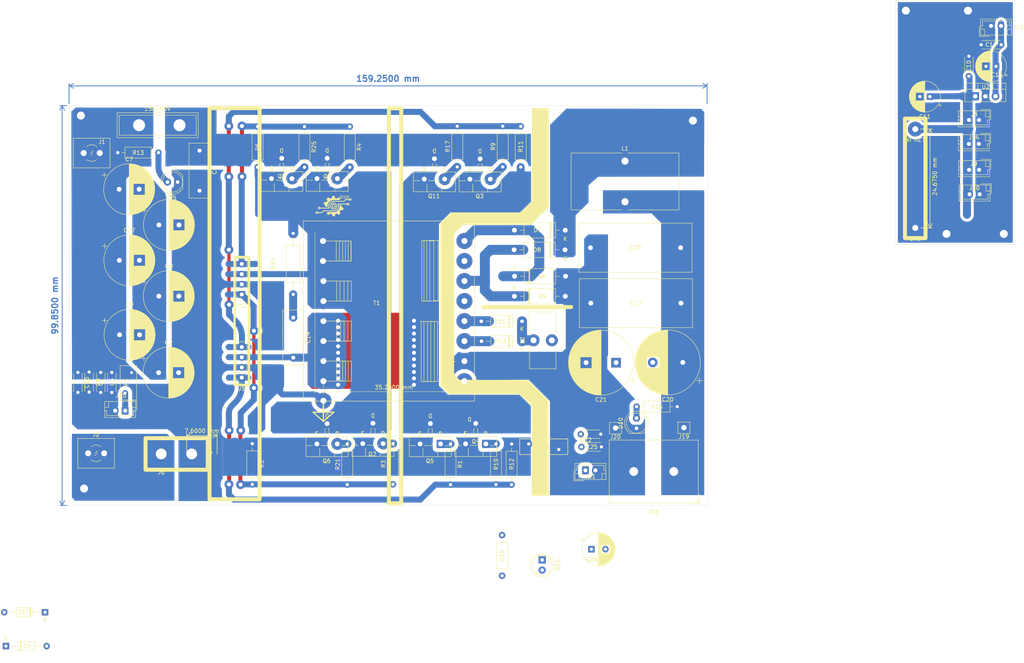
<source format=kicad_pcb>
(kicad_pcb (version 20240108) (generator "pcbnew") (generator_version "8.0")
  (layers (0 "F.Cu" signal) (31 "B.Cu" signal) (34 "B.Paste" user) (35 "F.Paste" user) (36 "B.SilkS" user "B.Silkscreen") (37 "F.SilkS" user "F.Silkscreen") (38 "B.Mask" user) (39 "F.Mask" user) (44 "Edge.Cuts" user))
  (net 0 "")
  (net 1 "GND")
  (net 2 "+5V")
  (net 3 "+12V")
  (net 4 "GND1")
  (net 5 "/+400VDC")
  (net 6 "VDD")
  (net 7 "+24V")
  (net 9 "/GL1")
  (net 11 "/GH1")
  (net 12 "/GH2")
  (net 13 "/GL2")
  (net 15 "Net-(D5-A)")
  (net 16 "Net-(D10-A)")
  (net 17 "Net-(C14-Pad1)")
  (net 18 "Net-(C2-Pad1)")
  (net 19 "Net-(C20-Pad2)")
  (net 20 "Net-(D6-K)")
  (net 21 "Net-(D8-A)")
  (net 22 "Net-(D11-A)")
  (net 23 "Net-(D13-A)")
  (net 24 "Net-(D15-A)")
  (net 25 "/+48V In")
  (net 26 "Net-(J15-Pin_1)")
  (net 27 "Net-(D7-K)")
  (net 28 "Net-(J2-Pin_1)")
  (net 30 "Net-(Q1-G)")
  (net 31 "Net-(Q2-G)")
  (net 32 "Net-(Q3-G)")
  (net 33 "Net-(Q4-G)")
  (net 34 "Net-(Q5-G)")
  (net 35 "Net-(Q6-G)")
  (net 36 "Net-(Q7-G)")
  (net 37 "Net-(Q11-G)")
  (net 38 "Net-(D11-K)")
  (net 42 "/VS1")
  (footprint "Inductor_THT:L_Toroid_Vertical_L26.7mm_W14.0mm_P10.16mm_Pulse_D" (layer "F.Cu") (at 180.425 61.74)
    (property "Reference" "L1")
    (property "Value" "3mH")
  )
  (footprint "Connector_JST:JST_EH_B2B-EH-A_1x02_P2.50mm_Vertical" (layer "F.Cu") (at 268.75 57.45 180)
    (property "Reference" "J14")
    (property "Value" "12V")
  )
  (footprint "Capacitor_THT:CP_Radial_D12.5mm_P5.00mm" (layer "F.Cu") (at 54.175 68.775)
    (property "Reference" "C7")
    (property "Value" "1000uF/50V")
  )
  (footprint "Connector_Pin:Pin_D1.3mm_L11.3mm_W2.8mm_Flat" (layer "F.Cu") (at 178.05 128.4)
    (property "Reference" "J20")
    (property "Value" "GND")
  )
  (footprint "MountingHole:MountingHole_2.7mm_M2.5_Pad" (layer "F.Cu") (at 64.675 134.875)
    (property "Reference" "J6")
    (property "Value" "GND")
  )
  (footprint "Connector_PinSocket_2.54mm:PinSocket_1x04_P2.54mm_Vertical" (layer "F.Cu") (at 84.775 95.055 180)
    (property "Reference" "J12")
    (property "Value" "Gate1")
  )
  (footprint "Connector_PinSocket_2.54mm:PinSocket_1x04_P2.54mm_Vertical" (layer "F.Cu") (at 84.775 115.805 180)
    (property "Reference" "J5")
    (property "Value" "Gate2")
  )
  (footprint "Capacitor_THT:C_Disc_D4.3mm_W1.9mm_P5.00mm" (layer "F.Cu") (at 266.25 35.525 -90)
    (property "Reference" "C10")
    (property "Value" "104")
  )
  (footprint "TerminalBlock_Dinkle:TerminalBlock_Dinkle_DT-55-B01X-02_P10.00mm" (layer "F.Cu") (at 192.6 139.275 180)
    (property "Reference" "J18")
    (property "Value" "400VDC OUT")
  )
  (footprint "Diode_THT:D_A-405_P10.16mm_Horizontal" (layer "F.Cu") (at 154.775 106.725 180)
    (property "Reference" "D13")
    (property "Value" "1N5819")
  )
  (footprint "Resistor_THT:R_Axial_DIN0207_L6.3mm_D2.5mm_P10.16mm_Horizontal" (layer "F.Cu") (at 154.4 63.225 90)
    (property "Reference" "R11")
    (property "Value" "10K")
  )
  (footprint "Varistor:RV_Disc_D12mm_W3.9mm_P7.5mm" (layer "F.Cu") (at 156.4 132.375)
    (property "Reference" "C15")
    (property "Value" "102/1KV")
  )
  (footprint "PCM_Package_TO_SOT_THT_AKL:TO-220F-3_Staggered_Vertical_GDS" (layer "F.Cu") (at 146.7973 66.3026 180)
    (property "Reference" "Q3")
    (property "Value" "IRFB4310" (hide yes))
  )
  (footprint "Capacitor_THT:C_Disc_D4.3mm_W1.9mm_P5.00mm" (layer "F.Cu") (at 269.325 32.675)
    (property "Reference" "C12")
    (property "Value" "104")
  )
  (footprint "Transformer 2:PQ3535" (layer "F.Cu") (at 100.05 121.695)
    (property "Reference" "T1")
    (property "Value" "~")
  )
  (footprint "Connector_JST:JST_EH_B2B-EH-A_1x02_P2.50mm_Vertical" (layer "F.Cu") (at 170.55 138.975)
    (property "Reference" "J21")
    (property "Value" "24VDC")
  )
  (footprint "Connector_JST:JST_EH_B2B-EH-A_1x02_P2.50mm_Vertical" (layer "F.Cu") (at 55.675 124.075 180)
    (property "Reference" "J15")
    (property "Value" "48VDC")
  )
  (footprint "Resistor_THT:R_Axial_DIN0207_L6.3mm_D2.5mm_P10.16mm_Horizontal" (layer "F.Cu") (at 87.4015 132.324 -90)
    (property "Reference" "R5")
    (property "Value" "10K")
  )
  (footprint "Diode_THT:D_DO-15_P12.70mm_Horizontal" (layer "F.Cu") (at 152.825 95.5)
    (property "Reference" "D9")
    (property "Value" "MUR460")
  )
  (footprint "Capacitor_THT:C_Disc_D4.3mm_W1.9mm_P5.00mm" (layer "F.Cu") (at 52.325 114.525 -90)
    (property "Reference" "C3")
    (property "Value" "104")
  )
  (footprint "Diode_THT:D_A-405_P10.16mm_Horizontal" (layer "F.Cu") (at 154.725 101.75 180)
    (property "Reference" "D11")
    (property "Value" "1N5819")
  )
  (footprint "Capacitor_THT:C_Rect_L13.5mm_W5.0mm_P10.00mm_FKS3_FKP3_MKS4" (layer "F.Cu") (at 97.625 100.825 -90)
    (property "Reference" "C14")
    (property "Value" "102/250V")
  )
  (footprint "Capacitor_THT:C_Disc_D4.3mm_W1.9mm_P5.00mm" (layer "F.Cu") (at 49.575 114.525 -90)
    (property "Reference" "C1")
    (property "Value" "104")
  )
  (footprint "Capacitor_THT:CP_Radial_D12.5mm_P5.00mm" (layer "F.Cu") (at 64.025 114.575)
    (property "Reference" "C2")
    (property "Value" "1000uF/50V")
  )
  (footprint "Capacitor_THT:CP_Radial_D16.0mm_P7.50mm" (layer "F.Cu") (at 194.85 112.025 180)
    (property "Reference" "C20")
    (property "Value" "10uF/250V")
  )
  (footprint "Fuse2:fuse15A" (layer "F.Cu") (at 53.5375 56.075)
    (property "Reference" "F1")
    (property "Value" "15A/50V")
  )
  (footprint "MountingHole:MountingHole_2.7mm_M2.5_Pad" (layer "F.Cu") (at 72.275 134.875)
    (property "Reference" "J7")
    (property "Value" "GNDsens")
  )
  (footprint "Diode_THT:D_DO-15_P12.70mm_Horizontal" (layer "F.Cu") (at 152.875 90.5)
    (property "Reference" "D6")
    (property "Value" "MUR460")
  )
  (footprint "LED_THT:LED_D5.0mm_Clear" (layer "F.Cu") (at 159.75 161.35 -90)
    (property "Reference" "D15")
    (property "Value" "LED")
  )
  (footprint "Resistor_THT:R_Axial_DIN0207_L6.3mm_D2.5mm_P10.16mm_Horizontal" (layer "F.Cu") (at 53.825 59.625)
    (property "Reference" "R13")
    (property "Value" "10K")
  )
  (footprint "Connector Pin:3.7mm Pin" (layer "F.Cu") (at 252.875 53.75 180)
    (property "Reference" "J17")
    (property "Value" "12V IN")
  )
  (footprint "Capacitor_THT:CP_Radial_D7.5mm_P2.50mm" (layer "F.Cu") (at 273.025 38.075 180)
    (property "Reference" "C13")
    (property "Value" "220uF/10V")
  )
  (footprint "Resistor_THT:R_Axial_DIN0207_L6.3mm_D2.5mm_P10.16mm_Horizontal" (layer "F.Cu") (at 88.725 63.275 90)
    (property "Reference" "R6")
    (property "Value" "10K")
  )
  (footprint "Capacitor_THT:C_Disc_D4.3mm_W1.9mm_P5.00mm" (layer "F.Cu") (at 169.55 133.125)
    (property "Reference" "C25")
    (property "Value" "104")
  )
  (footprint "PCM_Package_TO_SOT_THT_AKL:TO-220F-3_Staggered_Vertical_GDS" (layer "F.Cu") (at 108.6023 132.4276 180)
    (property "Reference" "Q6")
    (property "Value" "IRFB4310" (hide yes))
  )
  (footprint "TerminalBlock_MetzConnect:TerminalBlock_MetzConnect_360291_1x01_Horizontal_ScrewM3.0_Boxed" (layer "F.Cu") (at 45.325 59.725)
    (property "Reference" "J1")
    (property "Value" "+48VDC")
  )
  (footprint "Resistor_THT:R_Axial_DIN0207_L6.3mm_D2.5mm_P10.16mm_Horizontal" (layer "F.Cu") (at 136.8692 132.3864 -90)
    (property "Reference" "R1")
    (property "Value" "10")
  )
  (footprint "PCM_Package_TO_SOT_THT_AKL:TO-220F-3_Staggered_Vertical_GDS" (layer "F.Cu") (at 145.7023 132.4026 180)
    (property "Reference" "Q4")
    (property "Value" "IRFB4310" (hide yes))
  )
  (footprint "Resistor_THT:R_Axial_DIN0207_L6.3mm_D2.5mm_P10.16mm_Horizontal" (layer "F.Cu") (at 152.125 132.4 -90)
    (property "Reference" "R12")
    (property "Value" "10K")
  )
  (footprint "Capacitor_THT:C_Disc_D4.3mm_W1.9mm_P5.00mm" (layer "F.Cu") (at 46.675 114.425 -90)
    (property "Reference" "C5")
    (property "Value" "104")
  )
  (footprint "Resistor_THT:R_Axial_DIN0207_L6.3mm_D2.5mm_P10.16mm_Horizontal" (layer "F.Cu") (at 111.725 53.125 -90)
    (property "Reference" "R4")
    (property "Value" "10")
  )
  (footprint "Fuse:Fuse_BelFuse_0ZRE0012FF_L8.3mm_W3.8mm" (layer "F.Cu") (at 55.675 119.675 90)
    (property "Reference" "F3")
    (property "Value" "0.75A/50V")
  )
  (footprint "Capacitor_THT:C_Rect_L13.5mm_W5.0mm_P10.00mm_FKS3_FKP3_MKS4" (layer "F.Cu") (at 74.225 59.125 -90)
    (property "Reference" "C4")
    (property "Value" "102/250V")
  )
  (footprint "Capacitor_THT:CP_Radial_D7.5mm_P2.50mm" (layer "F.Cu") (at 256.525 45.625 180)
    (property "Reference" "C11")
    (property "Value" "100uF/25V")
  )
  (footprint "Resistor_THT:R_Axial_DIN0207_L6.3mm_D2.5mm_P10.16mm_Horizontal" (layer "F.Cu") (at 138.555 63.184 90)
    (property "Reference" "R17")
    (property "Value" "10")
  )
  (footprint "PCM_Package_TO_SOT_THT_AKL:TO-220F-3_Staggered_Vertical_GDS" (layer "F.Cu") (at 135.3908 66.2726 180)
    (property "Reference" "Q11")
    (property "Value" "IRFB4310" (hide yes))
  )
  (footprint "Connector_Pin:Pin_D1.3mm_L11.3mm_W2.8mm_Flat" (layer "F.Cu") (at 195.125 128.325)
    (property "Reference" "J19")
    (property "Value" "400VDC")
  )
  (footprint "Resistor_THT:R_Axial_DIN0207_L6.3mm_D2.5mm_P10.16mm_Horizontal" (layer "F.Cu") (at 193.475 123.075 180)
    (property "Reference" "R15")
    (property "Value" "100K")
  )
  (footprint "PCM_Package_TO_SOT_THT_AKL:TO-220F-3_Staggered_Vertical_GDS" (layer "F.Cu") (at 120.0523 132.3526 180)
    (property "Reference" "Q2")
    (property "Value" "IRFB4310" (hide yes))
  )
  (footprint "Resistor_THT:R_Axial_DIN0207_L6.3mm_D2.5mm_P10.16mm_Horizontal" (layer "F.Cu") (at 149.75 155.145 -90)
    (property "Reference" "R16")
    (property "Value" "10K")
  )
  (footprint "Resistor_THT:R_Axial_DIN0207_L6.3mm_D2.5mm_P10.16mm_Horizontal" (layer "F.Cu") (at 122.5265 142.474 90)
    (property "Reference" "R3")
    (property "Value" "10")
  )
  (footprint "Package_TO_SOT_THT:TO-220-3_Vertical" (layer "F.Cu") (at 267.835 45.545)
    (property "Reference" "U2")
    (property "Value" "L7805")
  )
  (footprint "Connector_JST:JST_EH_B2B-EH-A_1x02_P2.50mm_Vertical" (layer "F.Cu") (at 268.775 51.475 180)
    (property "Reference" "J3")
    (property "Value" "12V")
  )
  (footprint "LED_THT:LED_D5.0mm_Clear" (layer "F.Cu") (at 183.3 128.475 90)
    (property "Reference" "D10")
    (property "Value" "LED")
  )
  (footprint "PCM_Package_TO_SOT_THT_AKL:TO-220F-3_Staggered_Vertical_GDS" (layer "F.Cu") (at 97.275 66.175 180)
    (property "Reference" "Q7")
    (property "Value" "IRFB4310" (hide yes))
  )
  (footprint "Capacitor_THT:C_Disc_D4.3mm_W1.9mm_P5.00mm" (layer "F.Cu") (at 169.375 129.95)
    (property "Reference" "C22")
    (property "Value" "104")
  )
  (footprint "TerminalBlock_MetzConnect:TerminalBlock_MetzConnect_360291_1x01_Horizontal_ScrewM3.0_Boxed" (layer "F.Cu") (at 46.425 134.725)
    (property "Reference" "J2")
    (property "Value" "GND")
  )
  (footprint "Connector_JST:JST_EH_B2B-EH-A_1x02_P2.50mm_Vertical" (layer "F.Cu") (at 268.8 63.925 180)
    (property "Reference" "J9")
    (property "Value" "12V")
  )
  (footprint "Capacitor_THT:CP_Radial_D12.5mm_P5.00mm" (layer "F.Cu") (at 64.101041 77.675)
    (property "Reference" "C6")
    (property "Value" "1000uF/50V")
  )
  (footprint "Capacitor_THT:CP_Radial_D12.5mm_P5.00mm" (layer "F.Cu") (at 54.275 105.125)
    (property "Reference" "C9")
    (property "Value" "1000uF/50V")
  )
  (footprint "LOGO" (layer "F.Cu") (at 107.675 72.975)
    (property "Reference" "BSR")
    (property "Value" "LOGO" (hide yes))
  )
  (footprint "Resistor_THT:R_Axial_DIN0207_L6.3mm_D2.5mm_P10.16mm_Horizontal" (layer "F.Cu") (at 111.1015 142.549 90)
    (property "Reference" "R21")
    (property "Value" "10")
  )
  (footprint "Diode_THT:D_DO-35_SOD27_P10.16mm_Horizontal" (layer "F.Cu") (at 25.915 182.875)
    (property "Reference" "D4")
    (property "Value" "1N4148")
  )
  (footprint "Capacitor_THT:C_Rect_L28.0mm_W12.0mm_P22.50mm_MKS4" (layer "F.Cu") (at 194.3 83.375 180)
    (property "Reference" "C18")
    (property "Value" "105/630V")
  )
  (footprint "Capacitor_THT:CP_Radial_D12.5mm_P5.00mm" (layer "F.Cu") (at 54.225 86.525)
    (property "Reference" "C27")
    (property "Value" "1000uF/50V")
  )
  (footprint "Capacitor_THT:CP_Radial_D12.5mm_P5.00mm" (layer "F.Cu") (at 64.075 95.475)
    (property "Reference" "C8")
    (property "Value" "1000uF/50V")
  )
  (footprint "Capacitor_THT:C_Disc_D4.3mm_W1.9mm_P5.00mm" (layer "F.Cu") (at 43.875 114.525 -90)
    (property "Reference" "C16")
    (property "Value" "104")
  )
  (footprint "LED_THT:LED_D5.0mm_Clear" (layer "F.Cu") (at 68.765 66.975 180)
    (property "Reference" "D5")
    (property "Value" "LED")
  )
  (footprint "Connector Pin:3.7mm Pin" (layer "F.Cu") (at 252.875 78.425 180)
    (property "Reference" "J16")
    (property "Value" "GND")
  )
  (footprint "Connector_JST:JST_EH_B2B-EH-A_1x02_P2.50mm_Vertical" (layer "F.Cu") (at 268.925 70.025 180)
    (property "Reference" "J10")
    (property "Value" "12V")
  )
  (footprint "Diode_THT:D_DO-15_P12.70mm_Horizontal" (layer "F.Cu") (at 165.525 79 180)
    (property "Reference" "D7")
    (property "Value" "MUR460")
  )
  (footprint "Capacitor_THT:CP_Radial_D16.0mm_P7.50mm" (layer "F.Cu") (at 178.2 112.075 180)
    (property "Reference" "C21")
    (property "Value" "10uF/250V")
  )
  (footprint "Diode_THT:D_DO-35_SOD27_P10.16mm_Horizontal" (layer "F.Cu") (at 35.67 174.425 180)
    (property "Reference" "D17")
    (property "Value" "1N4148")
  )
  (footprint "Inductor_THT:L_Toroid_Vertical_L14.0mm_W6.3mm_P4.57mm_Pulse_A" (layer "F.Cu") (at 157.6 106.5 90)
    (property "Reference" "L2")
    (property "Value" "100uH")
  )
  (footprint "Capacitor_THT:C_Rect_L28.0mm_W12.0mm_P22.50mm_MKS4" (layer "F.Cu") (at 194.4 97.225 180)
    (property "Reference" "C17")
    (property "Value" "105/630V")
  )
  (footprint "Resistor_THT:R_Axial_DIN0207_L6.3mm_D2.5mm_P10.16mm_Horizontal" (layer "F.Cu") (at 100.425 53.125 -90)
    (property "Reference" "R25")
    (property "Value" "10")
  )
  (footprint "Resistor_THT:R_Axial_DIN0207_L6.3mm_D2.5mm_P10.16mm_Horizontal" (layer "F.Cu") (at 148.2192 132.3614 -90)
    (property "Reference" "R10")
    (property "Value" "10")
  )
  (footprint "Connector_JST:JST_EH_B2B-EH-A_1x02_P2.50mm_Vertical" (layer "F.Cu") (at 271.775 27.975)
    (property "Reference" "J11")
    (property "Value" "5V")
  )
  (footprint "PCM_Package_TO_SOT_THT_AKL:TO-220F-3_Staggered_Vertical_GDS" (layer "F.Cu") (at 134.3773 132.4276 180)
    (property "Reference" "Q5")
    (property "Value" "IRFB4310" (hide yes))
  )
  (footprint "Capacitor_THT:CP_Radial_D8.0mm_P3.50mm" (layer "F.Cu") (at 172.047349 158.675)
    (property "Reference" "C26")
    (property "Value" "100uF/50V")
  )
  (footprint "Resistor_THT:R_Axial_DIN0309_L9.0mm_D3.2mm_P15.24mm_Horizontal" (layer "F.Cu") (at 97.6193 95.025 90)
    (property "Reference" "R14")
    (property "Value" "330/1W")
  )
  (footprint "Resistor_THT:R_Axial_DIN0207_L6.3mm_D2.5mm_P10.16mm_Horizontal" (layer "F.Cu") (at 149.905 63.184 90)
    (property "Reference" "R9")
    (property "Value" "10")
  )
  (footprint "Diode_THT:D_DO-15_P12.70mm_Horizontal" (layer "F.Cu") (at 165.45 83.9 180)
    (property "Reference" "D8")
    (property "Value" "MUR460")
  )
  (footprint "PCM_Package_TO_SOT_THT_AKL:TO-220F-3_Staggered_Vertical_GDS" (layer "F.Cu") (at 108.6273 66.1626 180)
    (property "Reference" "Q1")
    (property "Value" "IRFB4310" (hide yes))
  )
  (gr_rect (start 76.725 48.525) (end 89.225 146.2) (stroke (width 1)) (fill none) (layer "F.SilkS"))
  (gr_rect (start 82.975 85.705) (end 86.575 117.655) (stroke (width 0.6)) (fill none) (layer "F.SilkS"))
  (gr_rect (start 121.5 48.56) (end 124.575 147.21) (stroke (width 1)) (fill none) (layer "F.SilkS"))
  (gr_poly (pts (xy 157.225 48.561324) (xy 157.225 71.795) (xy 154.425 74.595) (xy 137.0875 74.595) (xy 134.4 77.2825) (xy 134.4 117.928086) (xy 136.483309 119.894364) (xy 154.059868 119.881201) (xy 157.243292 122.945628) (xy 157.21384 145.262477) (xy 161.3501 145.269021) (xy 161.308206 121.551676) (xy 156.202387 116.450393) (xy 139.085444 116.444495) (xy 137.724351 115.065454) (xy 137.715535 79.879465) (xy 140 77.595) (xy 156.925 77.595) (xy 161.35 73.17) (xy 161.35 48.589969)) (stroke (width 0.1)) (fill solid) (layer "F.SilkS"))
  (gr_line (start 145.05 98.195) (end 166.975 98.195) (stroke (width 1)) (layer "F.SilkS"))
  (gr_rect (start 250.3 51.125) (end 255.425 80.975) (stroke (width 1)) (fill none) (layer "F.SilkS"))
  (gr_rect (start 60.7625 130.95) (end 76.2875 138.825) (stroke (width 1)) (fill none) (layer "F.SilkS"))
  (gr_rect (start 41.675 47.875) (end 201.025 147.725) (stroke (width 0.05)) (fill none) (layer "Edge.Cuts"))
  (gr_rect (start 248.025 21.525) (end 277.725 82.625) (stroke (width 0.05)) (fill none) (layer "Edge.Cuts"))
  (dimension (type aligned) (layer "B.Cu") (pts (xy 41.675 47.875) (xy 41.675 147.725)) (height 1.725) (gr_text "99.8500 mm" (at 38.15 97.8 90) (layer "B.Cu") (effects (font (size 1.5 1.5) (thickness 0.3)))) (format (prefix "") (suffix "") (units 3) (units_format 1) (precision 4)) (style (thickness 0.2) (arrow_length 1.27) (text_position_mode 0) (extension_height 0.58642) (extension_offset 0.5) keep_text_aligned))
  (dimension (type aligned) (layer "B.Cu") (pts (xy 200.925 47.875) (xy 41.675 47.875)) (height 4.93077) (gr_text "159.2500 mm" (at 121.3 41.14423 0) (layer "B.Cu") (effects (font (size 1.5 1.5) (thickness 0.3)))) (format (prefix "") (suffix "") (units 3) (units_format 1) (precision 4)) (style (thickness 0.2) (arrow_length 1.27) (text_position_mode 0) (extension_height 0.58642) (extension_offset 0.5) keep_text_aligned))
  (dimension (type aligned) (layer "F.SilkS") (pts (xy 253.7 53.75) (xy 253.7 78.425)) (height -2.85) (gr_text "24.6750 mm" (at 257.75 65.564699 90) (layer "F.SilkS") (effects (font (size 1 1) (thickness 0.15)))) (format (prefix "") (suffix "") (units 3) (units_format 1) (precision 4)) (style (thickness 0.15) (arrow_length 1.27) (text_position_mode 2) (extension_height 0.58642) (extension_offset 0.5) keep_text_aligned))
  (dimension (type aligned) (layer "F.SilkS") (pts (xy 78.625 135.425) (xy 71.025 135.425)) (height 5.15) (gr_text "7.6000 mm" (at 74.825 129.125 0) (layer "F.SilkS") (effects (font (size 1 1) (thickness 0.15)))) (format (prefix "") (suffix "") (units 3) (units_format 1) (precision 4)) (style (thickness 0.15) (arrow_length 1.27) (text_position_mode 0) (extension_height 0.58642) (extension_offset 0.5) keep_text_aligned))
  (via (at 250.525 24.15) (size 4) (drill 2) (layers "F.Cu" "B.Cu") (net 1))
  (via (at 274.975 79.925) (size 4) (drill 2) (layers "F.Cu" "B.Cu") (net 1))
  (via (at 260.675 79.925) (size 4) (drill 2) (layers "F.Cu" "B.Cu") (net 1))
  (via (at 266.025 24.15) (size 4) (drill 2) (layers "F.Cu" "B.Cu") (net 1))
  (segment (start 152.125 132.4) (end 156.375 132.4) (width 1.5) (layer "B.Cu") (net 1))
  (segment (start 143.76865 136.4514) (end 148.0736 136.4514) (width 1.5) (layer "B.Cu") (net 1))
  (segment (start 72.035 92.515) (end 69.075 95.475) (width 1.5) (layer "B.Cu") (net 1))
  (segment (start 69.68 113.92) (end 69.025 114.575) (width 1.5) (layer "B.Cu") (net 1))
  (segment (start 90.635 92.515) (end 90.65 92.5) (width 1.5) (layer "B.Cu") (net 1))
  (segment (start 141.430071 135.412271) (end 141.55035 135.53255) (width 1.5) (layer "B.Cu") (net 1))
  (segment (start 86.645 113.295) (end 86.675 113.325) (width 1.5) (layer "B.Cu") (net 1))
  (segment (start 102.469842 120.025) (end 94.9 120.025) (width 1.5) (layer "B.Cu") (net 1))
  (segment (start 156.375 132.4) (end 156.4 132.375) (width 1.5) (layer "B.Cu") (net 1))
  (segment (start 148.0736 136.4514) (end 152.125 132.4) (width 1.5) (layer "B.Cu") (net 1))
  (segment (start 94.9 120.025) (end 94.375 119.5) (width 1.5) (layer "B.Cu") (net 1))
  (segment (start 84.775 113.265) (end 86.572573 113.265) (width 1.5) (layer "B.Cu") (net 1))
  (segment (start 84.775 92.515) (end 72.035 92.515) (width 1.5) (layer "B.Cu") (net 1))
  (segment (start 84.775 113.265) (end 71.261309 113.265) (width 1.5) (layer "B.Cu") (net 1))
  (segment (start 140.6315 132.355) (end 140.6315 133.48435) (width 1.5) (layer "B.Cu") (net 1))
  (segment (start 84.775 92.515) (end 90.635 92.515) (width 1.5) (layer "B.Cu") (net 1))
  (segment (start 105.15 121.595) (end 104.365 120.81) (width 1.5) (layer "B.Cu") (net 1))
  (segment (start 92.13869 113.265) (end 84.775 113.265) (width 1.5) (layer "B.Cu") (net 1))
  (segment (start 94.375 119.5) (end 94.375 115.501309) (width 1.5) (layer "B.Cu") (net 1))
  (arc (start 141.55035 135.53255) (mid 142.568114 136.212598) (end 143.76865 136.4514) (width 1.5) (layer "B.Cu") (net 1))
  (arc (start 69.68 113.92) (mid 70.40551 113.435228) (end 71.261309 113.265) (width 1.5) (layer "B.Cu") (net 1))
  (arc (start 104.365 120.81) (mid 103.495494 120.229014) (end 102.469842 120.025) (width 1.5) (layer "B.Cu") (net 1))
  (arc (start 140.6315 133.48435) (mid 140.839041 134.527733) (end 141.430071 135.412271) (width 1.5) (layer "B.Cu") (net 1))
  (arc (start 94.375 115.501309) (mid 94.204771 114.64551) (end 93.72 113.92) (width 1.5) (layer "B.Cu") (net 1))
  (arc (start 93.72 113.92) (mid 92.994488 113.435228) (end 92.13869 113.265) (width 1.5) (layer "B.Cu") (net 1))
  (arc (start 86.572573 113.265) (mid 86.61177 113.272796) (end 86.645 113.295) (width 1.5) (layer "B.Cu") (net 1))
  (segment (start 272.915 35.082021) (end 272.915 45.545) (width 1.5) (layer "B.Cu") (net 2))
  (segment (start 274.3 32.7) (end 273.62 33.38) (width 1.5) (layer "B.Cu") (net 2))
  (segment (start 274.275 32.589645) (end 274.275 27.275) (width 1.5) (layer "B.Cu") (net 2))
  (arc (start 272.915 35.082021) (mid 273.098224 34.160894) (end 273.62 33.38) (width 1.5) (layer "B.Cu") (net 2))
  (arc (start 274.3 32.7) (mid 274.310356 32.675) (end 274.3 32.65) (width 1.5) (layer "B.Cu") (net 2))
  (arc (start 274.275 32.589645) (mid 274.281498 32.622309) (end 274.3 32.65) (width 1.5) (layer "B.Cu") (net 2))
  (segment (start 264.745 45.545) (end 265.26 45.545) (width 2) (layer "B.Cu") (net 3))
  (segment (start 256.661569 45.545) (end 262.685 45.545) (width 1.5) (layer "B.Cu") (net 3))
  (segment (start 264.23 45.545) (end 263.715 45.545) (width 1.5) (layer "B.Cu") (net 3))
  (segment (start 265.775 46.575) (end 265.775 75.15) (width 2) (layer "B.Cu") (net 3))
  (segment (start 256.565 45.585) (end 256.525 45.625) (width 1.5) (layer "B.Cu") (net 3))
  (segment (start 266.425 53.706067) (end 266.425 53.493934) (width 1.5) (layer "B.Cu") (net 3))
  (segment (start 265.775 46.06) (end 265.775 46.575) (width 2) (layer "B.Cu") (net 3))
  (segment (start 266.3375 40.6125) (end 266.25 40.525) (width 1.5) (layer "B.Cu") (net 3))
  (segment (start 264.23 45.545) (end 264.745 45.545) (width 1.5) (layer "B.Cu") (net 3))
  (segment (start 266.805 45.545) (end 265.26 45.545) (width 1.5) (layer "B.Cu") (net 3))
  (segment (start 266.425 53.493934) (end 266.425 40.823744) (width 1.5) (layer "B.Cu") (net 3))
  (segment (start 264.745 45.545) (end 265.26 45.545) (width 1.5) (layer "B.Cu") (net 3))
  (segment (start 264.23 45.545) (end 263.715 45.545) (width 1.5) (layer "B.Cu") (net 3))
  (segment (start 262.685 45.545) (end 263.715 45.545) (width 1.5) (layer "B.Cu") (net 3))
  (segment (start 266.425 53.706067) (end 266.425 70.025) (width 1.5) (layer "B.Cu") (net 3))
  (segment (start 263.715 45.545) (end 262.685 45.545) (width 1.5) (layer "B.Cu") (net 3))
  (segment (start 266.805 45.545) (end 267.835 45.545) (width 1.5) (layer "B.Cu") (net 3))
  (segment (start 264.23 45.545) (end 264.745 45.545) (width 1.5) (layer "B.Cu") (net 3))
  (segment (start 266.168934 53.75) (end 252.875 53.75) (width 2) (layer "B.Cu") (net 3))
  (arc (start 266.168934 53.75) (mid 266.266941 53.730502) (end 266.35 53.675) (width 2) (layer "B.Cu") (net 3))
  (arc (start 256.661569 45.545) (mid 256.609307 45.555396) (end 256.565 45.585) (width 1.5) (layer "B.Cu") (net 3))
  (arc (start 265.26 45.545) (mid 265.26 45.545) (end 265.26 45.545) (width 1.5) (layer "B.Cu") (net 3))
  (arc (start 265.775 46.06) (mid 265.62416 45.695841) (end 265.26 45.545) (width 2) (layer "B.Cu") (net 3))
  (arc (start 266.805 45.545) (mid 266.076681 45.846681) (end 265.775 46.575) (width 1.5) (layer "B.Cu") (net 3))
  (arc (start 266.3375 40.6125) (mid 266.40226 40.70942) (end 266.425 40.823744) (width 1.5) (layer "B.Cu") (net 3))
  (arc (start 266.425 53.706067) (mid 266.397879 53.665477) (end 266.35 53.675) (width 1.5) (layer "B.Cu") (net 3))
  (arc (start 263.715 45.545) (mid 263.715 45.545) (end 263.715 45.545) (width 1.5) (layer "B.Cu") (net 3))
  (arc (start 266.425 53.493934) (mid 266.405509 53.591927) (end 266.35 53.675) (width 1.5) (layer "B.Cu") (net 3))
  (arc (start 264.23 45.545) (mid 264.23 45.545) (end 264.23 45.545) (width 1.5) (layer "B.Cu") (net 3))
  (arc (start 264.745 45.545) (mid 264.745 45.545) (end 264.745 45.545) (width 2) (layer "B.Cu") (net 3))
  (segment (start 178.05 128.4) (end 178.065 128.415) (width 1.5) (layer "B.Cu") (net 4))
  (segment (start 183.24 128.415) (end 183.3 128.475) (width 1.5) (layer "B.Cu") (net 4))
  (segment (start 178.065 128.415) (end 183.24 128.415) (width 1.5) (layer "B.Cu") (net 4))
  (segment (start 84.474016 142.550626) (end 84.449508 142.526118) (width 1) (layer "F.Cu") (net 9))
  (segment (start 84.474856 129.065998) (end 84.524711 129.016143) (width 1) (layer "F.Cu") (net 9))
  (segment (start 84.425 129.18636) (end 84.425 142.46695) (width 1) (layer "F.Cu") (net 9))
  (segment (start 87.8 118.4) (end 87.8 104.125) (width 0.8) (layer "F.Cu") (net 9))
  (via (at 84.474016 142.550626) (size 2.2) (drill 1) (layers "F.Cu" "B.Cu") (net 9))
  (via (at 84.524711 129.016143) (size 2.2) (drill 1) (layers "F.Cu" "B.Cu") (net 9))
  (via (at 87.8 104.125) (size 2.2) (drill 1) (layers "F.Cu" "B.Cu") (net 9))
  (via (at 87.8 118.4) (size 2.2) (drill 1) (layers "F.Cu" "B.Cu") (net 9))
  (arc (start 84.474856 129.065998) (mid 84.437958 129.12122) (end 84.425 129.18636) (width 1) (layer "F.Cu") (net 9))
  (arc (start 84.449508 142.526118) (mid 84.43137 142.498971) (end 84.425 142.46695) (width 1) (layer "F.Cu") (net 9))
  (segment (start 87.8 104.125) (end 87.75 104.075) (width 1.5) (layer "B.Cu") (net 9))
  (segment (start 87.75 104.075) (end 87.75 97.98) (width 1.5) (layer "B.Cu") (net 9))
  (segment (start 121.9189 142.4632) (end 121.9307 142.4514) (width 1.5) (layer "B.Cu") (net 9))
  (segment (start 121.890412 142.475) (end 87.422743 142.475) (width 1.5) (layer "B.Cu") (net 9))
  (segment (start 84.595436 142.4795) (end 87.400121 142.4795) (width 1.5) (layer "B.Cu") (net 9))
  (segment (start 84.8 95.055) (end 81.476213 95.055) (width 1.5) (layer "B.Cu") (net 9))
  (segment (start 81.476213 95.055) (end 81.451095 95.050779) (width 1.5) (layer "B.Cu") (net 9))
  (segment (start 87.8 121.325) (end 84.524711 124.600289) (width 1.5) (layer "B.Cu") (net 9))
  (segment (start 81.451095 95.050779) (end 81.450316 95.05) (width 1.5) (layer "B.Cu") (net 9))
  (segment (start 84.524711 124.600289) (end 84.524711 129.016143) (width 1.5) (layer "B.Cu") (net 9))
  (segment (start 87.8 118.4) (end 87.8 121.325) (width 1.5) (layer "B.Cu") (net 9))
  (segment (start 87.75 97.98) (end 84.842677 95.072677) (width 1.5) (layer "B.Cu") (net 9))
  (segment (start 84.474016 142.550626) (end 84.509579 142.515063) (width 1.5) (layer "B.Cu") (net 9))
  (segment (start 81.450316 95.05) (end 81.3 95.05) (width 1.5) (layer "B.Cu") (net 9))
  (arc (start 87.422743 142.475) (mid 87.416977 142.475567) (end 87.411432 142.47725) (width 1.5) (layer "B.Cu") (net 9))
  (arc (start 84.595436 142.4795) (mid 84.548971 142.488742) (end 84.509579 142.515063) (width 1.5) (layer "B.Cu") (net 9))
  (arc (start 84.842677 95.072677) (mid 84.823096 95.059594) (end 84.8 95.055) (width 1.5) (layer "B.Cu") (net 9))
  (arc (start 121.9189 142.4632) (mid 121.905829 142.471933) (end 121.890412 142.475) (width 1.5) (layer "B.Cu") (net 9))
  (arc (start 87.411432 142.47725) (mid 87.405888 142.478932) (end 87.400121 142.4795) (width 1.5) (layer "B.Cu") (net 9))
  (segment (start 84.825 52.975) (end 84.825 65.625) (width 1) (layer "F.Cu") (net 11))
  (via (at 84.825 65.625) (size 2.2) (drill 1) (layers "F.Cu" "B.Cu") (net 11))
  (via (at 84.825 52.975) (size 2.2) (drill 1) (layers "F.Cu" "B.Cu") (net 11))
  (segment (start 84.775 65.710355) (end 84.775 87.435) (width 1.5) (layer "B.Cu") (net 11))
  (segment (start 84.775 87.435) (end 81.45 87.435) (width 1.5) (layer "B.Cu") (net 11))
  (segment (start 84.925 53.075) (end 88.656715 53.075) (width 1.5) (layer "B.Cu") (net 11))
  (segment (start 84.825 52.975) (end 84.925 53.075) (width 1.5) (layer "B.Cu") (net 11))
  (segment (start 88.73 53.12) (end 88.742071 53.125) (width 1.5) (layer "B.Cu") (net 11))
  (segment (start 88.705 53.095) (end 88.725 53.115) (width 1.5) (layer "B.Cu") (net 11))
  (segment (start 88.725 53.115) (end 88.73 53.12) (width 1.5) (layer "B.Cu") (net 11))
  (segment (start 88.22 87.43) (end 88.225 87.425) (width 1.5) (layer "B.Cu") (net 11))
  (segment (start 84.822762 65.625) (end 84.792826 65.654936) (width 1.5) (layer "B.Cu") (net 11))
  (segment (start 84.825 65.625) (end 84.822762 65.625) (width 1.5) (layer "B.Cu") (net 11))
  (segment (start 84.7625 87.435) (end 84.75 87.435) (width 1.5) (layer "B.Cu") (net 11))
  (segment (start 84.7875 87.435) (end 88.207928 87.435) (width 1.5) (layer "B.Cu") (net 11))
  (segment (start 88.742071 53.125) (end 111.725 53.125) (width 1.5) (layer "B.Cu") (net 11))
  (segment (start 84.7625 87.435) (end 84.7875 87.435) (width 1.5) (layer "B.Cu") (net 11))
  (arc (start 88.656715 53.075) (mid 88.682846 53.080197) (end 88.705 53.095) (width 1.5) (layer "B.Cu") (net 11))
  (arc (start 84.775 87.4225) (mid 84.778661 87.431338) (end 84.7875 87.435) (width 1.5) (layer "B.Cu") (net 11))
  (arc (start 88.22 87.43) (mid 88.214461 87.4337) (end 88.207928 87.435) (width 1.5) (layer "B.Cu") (net 11))
  (arc (start 84.7625 87.435) (mid 84.771338 87.431338) (end 84.775 87.4225) (width 1.5) (layer "B.Cu") (net 11))
  (arc (start 84.792826 65.654936) (mid 84.780001 65.681606) (end 84.775 65.710355) (width 1.5) (layer "B.Cu") (net 11))
  (segment (start 81.575 83.9) (end 81.575 97.578469) (width 0.8) (layer "F.Cu") (net 12))
  (segment (start 81.55 83.875) (end 81.575 83.9) (width 0.8) (layer "F.Cu") (net 12))
  (segment (start 81.55 52.975) (end 81.55 65.65) (width 1) (layer "F.Cu") (net 12))
  (segment (start 81.575 97.578469) (end 81.601531 97.605) (width 0.8) (layer "F.Cu") (net 12))
  (via (at 81.55 83.875) (size 2.2) (drill 1) (layers "F.Cu" "B.Cu") (net 12))
  (via (at 81.55 52.975) (size 2.2) (drill 1) (layers "F.Cu" "B.Cu") (net 12))
  (via (at 81.55 65.65) (size 2.2) (drill 1) (layers "F.Cu" "B.Cu") (net 12))
  (via (at 81.601531 97.605) (size 2.2) (drill 1) (layers "F.Cu" "B.Cu") (net 12))
  (segment (start 84.775 108.185) (end 81.542071 108.185) (width 1.5) (layer "B.Cu") (net 12))
  (segment (start 81.55 52.975) (end 81.55 50.575) (width 1.5) (layer "B.Cu") (net 12))
  (segment (start 129.375 49.45) (end 132.949 53.024) (width 1.5) (layer "B.Cu") (net 12))
  (segment (start 153.819644 53.024) (end 153.860825 53.03231) (width 1.5) (layer "B.Cu") (net 12))
  (segment (start 153.868515 53.04) (end 154.375 53.04) (width 1.5) (layer "B.Cu") (net 12))
  (segment (start 154.375 53.04) (end 154.4 53.065) (width 1.5) (layer "B.Cu") (net 12))
  (segment (start 86.445 108.18) (end 86.45 108.175) (width 1.5) (layer "B.Cu") (net 12))
  (segment (start 81.55 50.575) (end 82.675 49.45) (width 1.5) (layer "B.Cu") (net 12))
  (segment (start 81.53 108.18) (end 81.525 108.175) (width 1.5) (layer "B.Cu") (net 12))
  (segment (start 84.825 105.528963) (end 84.825 108.185) (width 1.5) (layer "B.Cu") (net 12))
  (segment (start 138.555 53.024) (end 153.819644 53.024) (width 1.5) (layer "B.Cu") (net 12))
  (segment (start 82.675 49.45) (end 129.375 49.45) (width 1.5) (layer "B.Cu") (net 12))
  (segment (start 81.55 65.65) (end 81.55 83.875) (width 1.5) (layer "B.Cu") (net 12))
  (segment (start 81.601531 97.605) (end 81.601531 100.05153) (width 1.5) (layer "B.Cu") (net 12))
  (segment (start 86.432929 108.185) (end 84.775 108.185) (width 1.5) (layer "B.Cu") (net 12))
  (segment (start 132.949 53.024) (end 138.555 53.024) (width 1.5) (layer "B.Cu") (net 12))
  (segment (start 81.601531 100.05153) (end 83.231208 101.681207) (width 1.5) (layer "B.Cu") (net 12))
  (segment (start 153.860825 53.03231) (end 153.868515 53.04) (width 1.5) (layer "B.Cu") (net 12))
  (arc (start 83.231208 101.681207) (mid 84.410787 103.446572) (end 84.825 105.528963) (width 1.5) (layer "B.Cu") (net 12))
  (arc (start 81.53 108.18) (mid 81.535538 108.1837) (end 81.542071 108.185) (width 1.5) (layer "B.Cu") (net 12))
  (arc (start 86.445 108.18) (mid 86.439462 108.1837) (end 86.432929 108.185) (width 1.5) (layer "B.Cu") (net 12))
  (segment (start 81.6 142.45) (end 81.575 142.475) (width 1) (layer "F.Cu") (net 13))
  (segment (start 81.625 142.389644) (end 81.625 128.975) (width 1) (layer "F.Cu") (net 13))
  (via (at 81.575 142.475) (size 2.2) (drill 1) (layers "F.Cu" "B.Cu") (net 13))
  (via (at 81.625 128.975) (size 2.2) (drill 1) (layers "F.Cu" "B.Cu") (net 13))
  (arc (start 81.625 142.389644) (mid 81.618502 142.422308) (end 81.6 142.45) (width 1) (layer "F.Cu") (net 13))
  (segment (start 84.775 115.805) (end 81.609143 115.805) (width 1.5) (layer "B.Cu") (net 13))
  (segment (start 81.625 128.975) (end 81.6 128.95) (width 1.5) (layer "B.Cu") (net 13))
  (segment (start 133.0736 142.5514) (end 129.35 146.275) (width 1.5) (layer "B.Cu") (net 13))
  (segment (start 82.85 146.275) (end 81.575 145) (width 1.5) (layer "B.Cu") (net 13))
  (segment (start 84.775 118.121036) (end 84.775 115.805) (width 1.5) (layer "B.Cu") (net 13))
  (segment (start 129.35 146.275) (end 82.85 146.275) (width 1.5) (layer "B.Cu") (net 13))
  (segment (start 81.573385 128.89821) (end 81.573385 125.921386) (width 1.5) (layer "B.Cu") (net 13))
  (segment (start 81.585 115.815) (end 81.575 115.825) (width 1.5) (layer "B.Cu") (net 13))
  (segment (start 81.575 145) (end 81.575 142.475) (width 1.5) (layer "B.Cu") (net 13))
  (segment (start 152.1164 142.5514) (end 133.0736 142.5514) (width 1.5) (layer "B.Cu") (net 13))
  (segment (start 86.365858 115.805) (end 84.775 115.805) (width 1.5) (layer "B.Cu") (net 13))
  (segment (start 86.39 115.815) (end 86.4 115.825) (width 1.5) (layer "B.Cu") (net 13))
  (segment (start 81.557928 124.743536) (end 81.557928 125.88407) (width 1.5) (layer "B.Cu") (net 13))
  (segment (start 152.125 142.56) (end 152.1164 142.5514) (width 1.5) (layer "B.Cu") (net 13))
  (segment (start 82.372137 122.777863) (end 83.181208 121.968792) (width 1.5) (layer "B.Cu") (net 13))
  (arc (start 81.565657 125.902728) (mid 81.559937 125.894167) (end 81.557928 125.88407) (width 1.5) (layer "B.Cu") (net 13))
  (arc (start 86.39 115.815) (mid 86.378924 115.807598) (end 86.365858 115.805) (width 1.5) (layer "B.Cu") (net 13))
  (arc (start 81.609143 115.805) (mid 81.596077 115.807598) (end 81.585 115.815) (width 1.5) (layer "B.Cu") (net 13))
  (arc (start 83.181208 121.968792) (mid 84.360787 120.203426) (end 84.775 118.121036) (width 1.5) (layer "B.Cu") (net 13))
  (arc (start 81.573385 125.921386) (mid 81.571377 125.911288) (end 81.565657 125.902728) (width 1.5) (layer "B.Cu") (net 13))
  (arc (start 82.372137 122.777863) (mid 81.769535 123.679721) (end 81.557928 124.743536) (width 1.5) (layer "B.Cu") (net 13))
  (arc (start 81.573385 128.89821) (mid 81.583191 128.926139) (end 81.6 128.95) (width 1.5) (layer "B.Cu") (net 13))
  (segment (start 63.975 63.134009) (end 63.975 59.642071) (width 1.5) (layer "B.Cu") (net 15))
  (segment (start 65.1 65.85) (end 66.225 66.975) (width 1.5) (layer "B.Cu") (net 15))
  (segment (start 63.98 59.63) (end 63.985 59.625) (width 1.5) (layer "B.Cu") (net 15))
  (arc (start 63.975 59.642071) (mid 63.976299 59.635538) (end 63.98 59.63) (width 1.5) (layer "B.Cu") (net 15))
  (arc (start 63.975 63.134009) (mid 64.267377 64.603892) (end 65.1 65.85) (width 1.5) (layer "B.Cu") (net 15))
  (segment (start 183.3 125.935) (end 183.315 125.92) (width 1.5) (layer "B.Cu") (net 16))
  (segment (start 183.315 125.92) (end 183.315 123.075) (width 1.5) (layer "B.Cu") (net 16))
  (segment (start 97.60965 100.80965) (end 97.625 100.825) (width 2) (layer "B.Cu") (net 17))
  (segment (start 97.5943 95.067677) (end 97.5943 100.772591) (width 2) (layer "B.Cu") (net 17))
  (segment (start 97.6068 95.0375) (end 97.6193 95.025) (width 2) (layer "B.Cu") (net 17))
  (arc (start 97.5943 95.067677) (mid 97.597548 95.051345) (end 97.6068 95.0375) (width 2) (layer "B.Cu") (net 17))
  (arc (start 97.60965 100.80965) (mid 97.598289 100.792647) (end 97.5943 100.772591) (width 2) (layer "B.Cu") (net 17))
  (segment (start 140.35 81.695) (end 140.75 81.695) (width 2.5) (layer "B.Cu") (net 20))
  (segment (start 156.955 90.5) (end 152.875 90.5) (width 2.5) (layer "B.Cu") (net 20))
  (segment (start 159.025 88.43) (end 156.955 90.5) (width 2.5) (layer "B.Cu") (net 20))
  (segment (start 159.025 81.03) (end 159.025 88.43) (width 2.5) (layer "B.Cu") (net 20))
  (segment (start 152.875 90.5) (end 150.025 90.5) (width 2.5) (layer "B.Cu") (net 20))
  (segment (start 152.82 78.995) (end 143.05 78.995) (width 2.5) (layer "B.Cu") (net 20))
  (segment (start 152.825 79) (end 152.82 78.995) (width 2.5) (layer "B.Cu") (net 20))
  (segment (start 156.995 79) (end 159.025 81.03) (width 2.5) (layer "B.Cu") (net 20))
  (segment (start 143.05 78.995) (end 140.35 81.695) (width 2.5) (layer "B.Cu") (net 20))
  (segment (start 152.825 79) (end 156.995 79) (width 2.5) (layer "B.Cu") (net 20))
  (segment (start 140.87 91.615) (end 140.85 91.595) (width 2.5) (layer "B.Cu") (net 21))
  (segment (start 146.9 95.5) (end 145.456152 94.056152) (width 2.5) (layer "B.Cu") (net 21))
  (segment (start 155.475 95.475) (end 155.45 95.5) (width 2.5) (layer "B.Cu") (net 21))
  (segment (start 146.83 83.895) (end 145.456152 85.268848) (width 2.5) (layer "B.Cu") (net 21))
  (segment (start 145.456152 91.635) (end 140.918284 91.635) (width 2.5) (layer "B.Cu") (net 21))
  (segment (start 145.456152 85.268848) (end 145.456152 91.635) (width 2.5) (layer "B.Cu") (net 21))
  (segment (start 155.45 95.5) (end 146.9 95.5) (width 2.5) (layer "B.Cu") (net 21))
  (segment (start 145.456152 94.056152) (end 145.456152 91.635) (width 2.5) (layer "B.Cu") (net 21))
  (segment (start 155.05 83.895) (end 146.83 83.895) (width 2.5) (layer "B.Cu") (net 21))
  (arc (start 140.918284 91.635) (mid 140.892152 91.629802) (end 140.87 91.615) (width 2.5) (layer "B.Cu") (net 21))
  (segment (start 146.468786 101.725) (end 140.401213 101.725) (width 2.5) (layer "B.Cu") (net 22))
  (segment (start 140.452426 101.635) (end 140.625 101.635) (width 2) (layer "B.Cu") (net 22))
  (segment (start 140.365 101.71) (end 140.35 101.695) (width 2.5) (layer "B.Cu") (net 22))
  (segment (start 146.438786 101.695) (end 140.392426 101.695) (width 2) (layer "B.Cu") (net 22))
  (arc (start 140.365 101.71) (mid 140.381614 101.721101) (end 140.401213 101.725) (width 2.5) (layer "B.Cu") (net 22))
  (arc (start 140.38 101.665) (mid 140.413229 101.642796) (end 140.452426 101.635) (width 2) (layer "B.Cu") (net 22))
  (arc (start 146.468786 101.725) (mid 146.476904 101.719575) (end 146.475 101.71) (width 2) (layer "B.Cu") (net 22))
  (arc (start 146.475 101.71) (mid 146.458385 101.698898) (end 146.438786 101.695) (width 2) (layer "B.Cu") (net 22))
  (arc (start 140.38 101.665) (mid 140.37619 101.684151) (end 140.392426 101.695) (width 2) (layer "B.Cu") (net 22))
  (segment (start 140.35 106.695) (end 140.365 106.71) (width 2.5) (layer "B.Cu") (net 23))
  (segment (start 140.401213 106.725) (end 146.55 106.725) (width 2.5) (layer "B.Cu") (net 23))
  (arc (start 140.365 106.71) (mid 140.381614 106.721101) (end 140.401213 106.725) (width 2.5) (layer "B.Cu") (net 23))
  (via (at 44.625 50.375) (size 4) (drill 2) (layers "F.Cu" "B.Cu") (net 25))
  (segment (start 55.675 124.075) (end 55.675 119.675) (width 1.5) (layer "B.Cu") (net 26))
  (via (at 197.375 51.625) (size 4) (drill 2) (layers "F.Cu" "B.Cu") (net 27))
  (segment (start 165.45 83.9) (end 165.45 79.128033) (width 4) (layer "B.Cu") (net 27))
  (segment (start 169.825 61.725) (end 191.375 61.725) (width 4) (layer "B.Cu") (net 27))
  (segment (start 165.525 66.025) (end 169.825 61.725) (width 4) (layer "B.Cu") (net 27))
  (segment (start 165.45 83.9) (end 165.525 83.825) (width 4) (layer "B.Cu") (net 27))
  (segment (start 165.525 83.825) (end 165.525 66.025) (width 4) (layer "B.Cu") (net 27))
  (segment (start 165.4875 79.0375) (end 165.525 79) (width 4) (layer "B.Cu") (net 27))
  (arc (start 165.4875 79.0375) (mid 165.459745 79.079036) (end 165.45 79.128033) (width 4) (layer "B.Cu") (net 27))
  (via (at 45.425 143.525) (size 4) (drill 2) (layers "F.Cu" "B.Cu") (net 28))
  (via (at 108.6 66.085) (size 3) (drill 1) (layers "F.Cu" "B.Cu") (net 30))
  (segment (start 111.72 63.285) (end 111.725 63.285) (width 2) (layer "B.Cu") (net 30))
  (segment (start 108.608798 66.087298) (end 108.6215 66.1) (width 1) (layer "B.Cu") (net 30))
  (segment (start 108.972858 66.027141) (end 111.711464 63.288535) (width 2) (layer "B.Cu") (net 30))
  (segment (start 108.6 66.085) (end 108.60325 66.085) (width 1) (layer "B.Cu") (net 30))
  (segment (start 108.6 66.085) (end 108.620111 66.10153) (width 1) (layer "B.Cu") (net 30))
  (segment (start 108.76075 66.115) (end 108.657713 66.115) (width 2) (layer "B.Cu") (net 30))
  (arc (start 108.657713 66.115) (mid 108.637742 66.11153) (end 108.620111 66.10153) (width 2) (layer "B.Cu") (net 30))
  (arc (start 108.972858 66.027141) (mid 108.875542 66.092166) (end 108.76075 66.115) (width 2) (layer "B.Cu") (net 30))
  (arc (start 108.6215 66.1) (mid 108.638114 66.111101) (end 108.657713 66.115) (width 1) (layer "B.Cu") (net 30))
  (arc (start 108.6215 66.1) (mid 108.621534 66.101426) (end 108.620111 66.10153) (width 1) (layer "B.Cu") (net 30))
  (arc (start 111.711464 63.288535) (mid 111.71538 63.285918) (end 111.72 63.285) (width 2) (layer "B.Cu") (net 30))
  (arc (start 108.608798 66.087298) (mid 108.606252 66.085597) (end 108.60325 66.085) (width 1) (layer "B.Cu") (net 30))
  (via (at 120.075 132.275) (size 3) (drill 1) (layers "F.Cu" "B.Cu") (net 31))
  (segment (start 120.077948 132.305) (end 122.511136 132.305) (width 2) (layer "B.Cu") (net 31))
  (segment (start 122.511136 132.304921) (end 120.075 132.275) (width 1.5) (layer "B.Cu") (net 31))
  (segment (start 122.522 132.3095) (end 122.5265 132.314) (width 2) (layer "B.Cu") (net 31))
  (segment (start 120.06825 132.29) (end 120.075 132.275) (width 1.5) (layer "B.Cu") (net 31))
  (arc (start 122.522 132.3095) (mid 122.517016 132.306147) (end 122.511136 132.304921) (width 1.5) (layer "B.Cu") (net 31))
  (arc (start 120.06825 132.29) (mid 120.069017 132.300139) (end 120.077948 132.305) (width 1.5) (layer "B.Cu") (net 31))
  (arc (start 122.522 132.3095) (mid 122.517015 132.306169) (end 122.511136 132.305) (width 2) (layer "B.Cu") (net 31))
  (arc (start 122.511136 132.305) (mid 122.511174 132.30496) (end 122.511136 132.304921) (width 2) (layer "B.Cu") (net 31))
  (via (at 146.8515 66.2526) (size 3) (drill 1) (layers "F.Cu" "B.Cu") (net 32))
  (segment (start 149.905 63.19155) (end 149.905 63.184) (width 2) (layer "B.Cu") (net 32))
  (segment (start 146.8515 66.2526) (end 146.8065 66.255) (width 1) (layer "B.Cu") (net 32))
  (segment (start 149.899661 63.204438) (end 146.8515 66.2526) (width 2) (layer "B.Cu") (net 32))
  (arc (start 149.899661 63.204438) (mid 149.903612 63.198525) (end 149.905 63.19155) (width 2) (layer "B.Cu") (net 32))
  (segment (start 145.7115 132.355) (end 145.7179 132.3614) (width 2) (layer "B.Cu") (net 33))
  (segment (start 145.7179 132.3614) (end 148.2192 132.3614) (width 2) (layer "B.Cu") (net 33))
  (segment (start 134.3865 132.38) (end 134.3929 132.3864) (width 2) (layer "B.Cu") (net 34))
  (segment (start 134.3929 132.3864) (end 136.8692 132.3864) (width 2) (layer "B.Cu") (net 34))
  (via (at 108.625 132.375) (size 3) (drill 1) (layers "F.Cu" "B.Cu") (net 35))
  (segment (start 108.625 132.375) (end 108.6225 132.3775) (width 1.5) (layer "B.Cu") (net 35))
  (segment (start 108.616464 132.38) (end 108.6115 132.38) (width 1.5) (layer "B.Cu") (net 35))
  (segment (start 111.0945 132.382) (end 111.1015 132.389) (width 2) (layer "B.Cu") (net 35))
  (segment (start 111.0776 132.375) (end 108.625 132.375) (width 2) (layer "B.Cu") (net 35))
  (arc (start 108.616464 132.38) (mid 108.61973 132.37935) (end 108.6225 132.3775) (width 1.5) (layer "B.Cu") (net 35))
  (arc (start 111.0776 132.375) (mid 111.086746 132.376819) (end 111.0945 132.382) (width 2) (layer "B.Cu") (net 35))
  (via (at 97.375 66.075) (size 3) (drill 1) (layers "F.Cu" "B.Cu") (net 36))
  (segment (start 97.4534 66.1274) (end 97.2842 66.1274) (width 2) (layer "B.Cu") (net 36))
  (segment (start 100.425 63.305) (end 100.425 63.285) (width 2) (layer "B.Cu") (net 36))
  (segment (start 97.742242 66.007757) (end 100.410857 63.339142) (width 2) (layer "B.Cu") (net 36))
  (arc (start 97.4534 66.1274) (mid 97.60972 66.096305) (end 97.742242 66.007757) (width 2) (layer "B.Cu") (net 36))
  (arc (start 100.425 63.305) (mid 100.421324 63.323477) (end 100.410857 63.339142) (width 2) (layer "B.Cu") (net 36))
  (via (at 135.4015 66.2526) (size 3) (drill 1) (layers "F.Cu" "B.Cu") (net 37))
  (segment (start 138.51255 63.184) (end 138.555 63.184) (width 2) (layer "B.Cu") (net 37))
  (segment (start 135.4015 66.2526) (end 135.4 66.225) (width 1) (layer "B.Cu") (net 37))
  (segment (start 138.440083 63.214016) (end 135.4015 66.2526) (width 2) (layer "B.Cu") (net 37))
  (arc (start 138.440083 63.214016) (mid 138.473331 63.1918) (end 138.51255 63.184) (width 2) (layer "B.Cu") (net 37))
  (segment (start 154.725 101.75) (end 154.725 106.675) (width 2.5) (layer "B.Cu") (net 38))
  (segment (start 154.725 106.675) (end 154.775 106.725) (width 2.5) (layer "B.Cu") (net 38))
  (segment (start 157.6 106.5) (end 155 106.5) (width 2.5) (layer "B.Cu") (net 38))
  (segment (start 155 106.5) (end 154.775 106.725) (width 2.5) (layer "B.Cu") (net 38))
  (via (at 127.75 109.61) (size 2.2) (drill 1) (layers "F.Cu" "B.Cu") (net 42))
  (via (at 108.825 116.01) (size 2.2) (drill 1) (layers "F.Cu" "B.Cu") (net 42))
  (via (at 108.825 109.61) (size 2.2) (drill 1) (layers "F.Cu" "B.Cu") (net 42))
  (via (at 127.75 106.41) (size 2.2) (drill 1) (layers "F.Cu" "B.Cu") (net 42))
  (via (at 127.75 104.81) (size 2.2) (drill 1) (layers "F.Cu" "B.Cu") (net 42))
  (via (at 108.825 104.81) (size 2.2) (drill 1) (layers "F.Cu" "B.Cu") (net 42))
  (via (at 127.75 112.81) (size 2.2) (drill 1) (layers "F.Cu" "B.Cu") (net 42))
  (via (at 127.75 114.41) (size 2.2) (drill 1) (layers "F.Cu" "B.Cu") (net 42))
  (via (at 127.75 117.61) (size 2.2) (drill 1) (layers "F.Cu" "B.Cu") (net 42))
  (via (at 108.825 103.21) (size 2.2) (drill 1) (layers "F.Cu" "B.Cu") (net 42))
  (via (at 127.75 108.01) (size 2.2) (drill 1) (layers "F.Cu" "B.Cu") (net 42))
  (via (at 127.75 111.21) (size 2.2) (drill 1) (layers "F.Cu" "B.Cu") (net 42))
  (via (at 108.825 108.01) (size 2.2) (drill 1) (layers "F.Cu" "B.Cu") (net 42))
  (via (at 127.75 116.01) (size 2.2) (drill 1) (layers "F.Cu" "B.Cu") (net 42))
  (via (at 108.825 114.41) (size 2.2) (drill 1) (layers "F.Cu" "B.Cu") (net 42))
  (via (at 108.825 117.61) (size 2.2) (drill 1) (layers "F.Cu" "B.Cu") (net 42))
  (via (at 127.75 103.21) (size 2.2) (drill 1) (layers "F.Cu" "B.Cu") (net 42))
  (via (at 108.825 112.81) (size 2.2) (drill 1) (layers "F.Cu" "B.Cu") (net 42))
  (via (at 108.825 101.61) (size 2.2) (drill 1) (layers "F.Cu" "B.Cu") (net 42))
  (via (at 108.825 106.41) (size 2.2) (drill 1) (layers "F.Cu" "B.Cu") (net 42))
  (via (at 108.825 111.21) (size 2.2) (drill 1) (layers "F.Cu" "B.Cu") (net 42))
  (via (at 127.75 101.61) (size 2.2) (drill 1) (layers "F.Cu" "B.Cu") (net 42))
  (segment (start 84.760857 89.975) (end 84.789142 89.975) (width 1.5) (layer "B.Cu") (net 42))
  (segment (start 92.1054 66.2262) (end 92.2042 66.1274) (width 1.5) (layer "B.Cu") (net 42))
  (segment (start 154.4 67.85) (end 150.4 71.85) (width 2) (layer "B.Cu") (net 42))
  (segment (start 150.4 71.85) (end 139.075 71.85) (width 2) (layer "B.Cu") (net 42))
  (segment (start 89.834619 66.325) (end 91.866875 66.325) (width 1.5) (layer "B.Cu") (net 42))
  (segment (start 84.760857 89.975) (end 81.375 89.975) (width 1.5) (layer "B.Cu") (net 42))
  (segment (start 105.1 86.745) (end 105.05 86.695) (width 1.5) (layer "B.Cu") (net 42))
  (segment (start 103.5565 69.7435) (end 103.5565 66.115) (width 2.5) (layer "B.Cu") (net 42))
  (segment (start 105.5586 116.6186) (end 105.575 116.635) (width 1) (layer "B.Cu") (net 42))
  (segment (start 84.809142 89.995) (end 87.05 89.995) (width 1.5) (layer "B.Cu") (net 42))
  (segment (start 105.1118 116.6568) (end 105.15 116.695) (width 2) (layer "B.Cu") (net 42))
  (segment (start 154.4 63.225) (end 154.4 67.85) (width 2) (layer "B.Cu") (net 42))
  (segment (start 88.725 65.21538) (end 88.725 63.275) (width 1.5) (layer "B.Cu") (net 42))
  (segment (start 105.15 86.86571) (end 105.15 90.478776) (width 1.5) (layer "B.Cu") (net 42))
  (segment (start 102.213776 89.975) (end 84.789142 89.975) (width 1.5) (layer "B.Cu") (net 42))
  (segment (start 97.6193 75.6807) (end 103.5565 69.7435) (width 2.5) (layer "B.Cu") (net 42))
  (segment (start 97.6193 79.785) (end 97.6193 75.6807) (width 2.5) (layer "B.Cu") (net 42))
  (segment (start 84.760857 110.725) (end 81.525 110.725) (width 1.5) (layer "B.Cu") (net 42))
  (segment (start 105.0736 116.564577) (end 105.0736 110.825) (width 2) (layer "B.Cu") (net 42))
  (segment (start 97.681568 110.825) (end 105.0736 110.825) (width 2) (layer "B.Cu") (net 42))
  (segment (start 84.809142 110.745) (end 97.488431 110.745) (width 1.5) (layer "B.Cu") (net 42))
  (arc (start 84.785 89.985) (mid 84.773923 89.977598) (end 84.760857 89.975) (width 1.5) (layer "B.Cu") (net 42))
  (arc (start 105.15 86.86571) (mid 105.137005 86.800382) (end 105.1 86.745) (width 1.5) (layer "B.Cu") (net 42))
  (arc (start 92.1054 66.2262) (mid 91.995963 66.299322) (end 91.866875 66.325) (width 1.5) (layer "B.Cu") (net 42))
  (arc (start 97.681568 110.825) (mid 97.629305 110.814604) (end 97.585 110.785) (width 1.5) (layer "B.Cu") (net 42))
  (arc (start 84.785 110.735) (mid 84.773923 110.727598) (end 84.760857 110.725) (width 1.5) (layer "B.Cu") (net 42))
  (arc (start 97.585 110.785) (mid 97.540693 110.755395) (end 97.488431 110.745) (width 1.5) (layer "B.Cu") (net 42))
  (arc (start 84.809142 89.995) (mid 84.796076 89.992401) (end 84.785 89.985) (width 1.5) (layer "B.Cu") (net 42))
  (arc (start 84.785 89.985) (mid 84.78373 89.978616) (end 84.789142 89.975) (width 1.5) (layer "B.Cu") (net 42))
  (arc (start 102.213776 89.975) (mid 103.33742 90.198506) (end 104.29 90.835) (width 1.5) (layer "B.Cu") (net 42))
  (arc (start 105.15 90.478776) (mid 104.83901 90.944204) (end 104.29 90.835) (width 1.5) (layer "B.Cu") (net 42))
  (arc (start 84.809142 110.745) (mid 84.796076 110.742401) (end 84.785 110.735) (width 1.5) (layer "B.Cu") (net 42))
  (arc (start 88.725 65.21538) (mid 88.809464 65.640013) (end 89.05 66) (width 1.5) (layer "B.Cu") (net 42))
  (arc (start 105.0736 116.564577) (mid 105.083527 116.614487) (end 105.1118 116.6568) (width 2) (layer "B.Cu") (net 42))
  (arc (start 89.05 66) (mid 89.409986 66.240535) (end 89.834619 66.325) (width 1.5) (layer "B.Cu") (net 42))
  (zone (net 42) (net_name "/VS1") (layer "F.Cu") (connect_pads yes (clearance 1)) (min_thickness 0.25) (fill yes (thermal_gap 0.5) (thermal_bridge_width 0.5))
    (polygon (pts (xy 132.225 99.61) (xy 133.925 101.31) (xy 133.925 116.81) (xy 132.125 118.61) (xy 102.275 118.61) (xy 101.225 117.56) (xy 101.225 100.735) (xy 102.35 99.61)))
  )
  (zone (net 1) (net_name "GND") (layer "B.Cu") (priority 4) (connect_pads yes (clearance 1)) (min_thickness 0.25) (fill yes (thermal_gap 0.5) (thermal_bridge_width 0.5))
    (polygon (pts (xy 79.375 146.655811) (xy 79.375 140.335) (xy 156.925 140.335) (xy 156.925 130.764225) (xy 69.852892 130.81346) (xy 68.91206 131.769737) (xy 68.91206 145.399391) (xy 70.174333 146.646988)))
  )
  (zone (net 1) (net_name "GND") (layer "B.Cu") (priority 7) (connect_pads yes (clearance 1)) (min_thickness 0.25) (fill yes (thermal_gap 0.5) (thermal_bridge_width 0.5))
    (polygon (pts (xy 85.325 63.87) (xy 86.622037 65.167037) (xy 86.674043 75.72312) (xy 88.971419 78.054267) (xy 93.947541 78.042541) (xy 95.362743 79.457743) (xy 95.336714 118.132206) (xy 90.649083 122.681183) (xy 90.649617 128.698292) (xy 89.2 129.991067) (xy 81.488979 129.978399) (xy 80.05 131.417378) (xy 80.05 145.67) (xy 79.075 146.645) (xy 68.940142 146.645) (xy 68.91204 131.234636) (xy 66.268873 128.711079) (xy 43.815368 128.747112) (xy 42.398519 127.468939) (xy 42.376717 117.369169) (xy 66.358673 117.345) (xy 67.3 116.373947) (xy 67.3 63.87)))
  )
  (zone (net 1) (net_name "GND") (layer "B.Cu") (priority 11) (connect_pads yes (clearance 0.7)) (min_thickness 0.25) (fill yes (thermal_gap 0.5) (thermal_bridge_width 0.5))
    (polygon (pts (xy 277.375 82.4) (xy 277.375 21.95) (xy 277.325 21.9) (xy 248.325 21.9) (xy 248.225 22) (xy 248.225 82.4)))
  )
  (zone (net 4) (net_name "GND1") (layer "B.Cu") (priority 8) (connect_pads yes (clearance 1)) (min_thickness 0.25) (fill yes (thermal_gap 0.5) (thermal_bridge_width 0.5))
    (polygon (pts (xy 163.35 88.495) (xy 169.478354 88.495) (xy 170.235467 87.740174) (xy 170.224388 81.10545) (xy 171.28346 80.045) (xy 176.187593 80.045) (xy 176.200853 113.884087) (xy 185.425 123.911781) (xy 185.425 145.221512) (xy 161.7 145.204514) (xy 161.7 121.693598) (xy 156.345338 116.329782) (xy 137.725 116.604507) (xy 137.725 110.52) (xy 138.875 109.37) (xy 164.799018 109.37) (xy 165.649018 108.52) (xy 165.649018 98.182322) (xy 164.880631 97.42861) (xy 163.350495 97.427692) (xy 162.6 96.65247) (xy 162.6 89.245)))
  )
  (zone (net 42) (net_name "/VS1") (layer "B.Cu") (priority 2) (connect_pads yes (clearance 1)) (min_thickness 0.25) (fill yes (thermal_gap 0.5) (thermal_bridge_width 0.5))
    (polygon (pts (xy 92.029662 123.319324) (xy 93.561359 121.81) (xy 109.7 121.81) (xy 111.9 119.61) (xy 111.9 100.26) (xy 110.275 98.635) (xy 102.325 98.635) (xy 101.175 97.485) (xy 101.175 79.81) (xy 98.025 76.66) (xy 89.579312 76.66) (xy 88.1 75.271265) (xy 88.1 64.285) (xy 95.375 64.285) (xy 95.4 64.31) (xy 95.4 68.035) (xy 100 68.035) (xy 100 65.185) (xy 100.85 64.335) (xy 106.7 64.335) (xy 106.7 68.085) (xy 111.35 68.085) (xy 111.4 68.035) (xy 111.4 65.285) (xy 112.375 64.31) (xy 122.075 64.31) (xy 122.075 128.91) (xy 121.225 129.76) (xy 92.579662 129.76) (xy 92.029662 129.21)))
  )
  (zone (net 42) (net_name "/VS1") (layer "B.Cu") (priority 1) (connect_pads yes (clearance 1)) (min_thickness 0.25) (fill yes (thermal_gap 0.5) (thermal_bridge_width 0.5))
    (polygon (pts (xy 101.275 100.685) (xy 102.35 99.61) (xy 109.85 99.61) (xy 110.925 100.685) (xy 110.925 117.71) (xy 110.025 118.61) (xy 102.275 118.61) (xy 101.275 117.61)))
  )
  (zone (net 18) (net_name "Net-(C2-Pad1)") (layer "B.Cu") (priority 6) (connect_pads yes (clearance 0.7)) (min_thickness 0.25) (fill yes (thermal_gap 0.5) (thermal_bridge_width 0.5))
    (polygon (pts (xy 62.469457 66.175) (xy 65.925 70.062486) (xy 65.925 116.375) (xy 61.975 116.375) (xy 57.475 112.05) (xy 57.475 66.175)))
  )
  (zone (net 5) (net_name "/+400VDC") (layer "B.Cu") (priority 10) (connect_pads yes (clearance 1)) (min_thickness 0.25) (fill yes (thermal_gap 0.5) (thermal_bridge_width 0.5))
    (polygon (pts (xy 174.935411 69.02) (xy 199.975 69.02) (xy 200.2 69.245) (xy 200.2 145.229395) (xy 200.257096 145.171557) (xy 189.470085 145.171557) (xy 189.429777 77.18315) (xy 187.056847 74.81022) (xy 174.925715 74.828019)))
  )
  (zone (net 42) (net_name "/VS1") (layer "B.Cu") (priority 3) (connect_pads yes (clearance 1)) (min_thickness 0.25) (fill yes (thermal_gap 0.5) (thermal_bridge_width 0.5))
    (polygon (pts (xy 127.675 64.31) (xy 156.976293 64.31) (xy 156.975 71.883889) (xy 154.246546 74.56) (xy 136.875 74.56) (xy 134 77.435) (xy 134 117.835) (xy 136.25 120.085) (xy 154.05748 120.085) (xy 156.927012 122.901409) (xy 156.909723 129.76) (xy 125 129.76) (xy 124.1 128.86) (xy 124.1 67.885)))
  )
  (zone (net 27) (net_name "Net-(D7-K)") (layer "B.Cu") (priority 9) (connect_pads yes (clearance 1)) (min_thickness 0.25) (fill yes (thermal_gap 0.5) (thermal_bridge_width 0.5))
    (polygon (pts (xy 161.725 74.425) (xy 161.725 52.691961) (xy 165.785291 48.63167) (xy 199.409704 48.682262) (xy 200.217763 49.470725) (xy 200.153511 65.615904) (xy 173.738579 65.644469) (xy 171.321254 67.77431) (xy 171.334551 72.060449) (xy 168.1 75.295) (xy 168.1 85.17) (xy 167.5 85.77) (xy 163.225 85.77) (xy 162.575 85.12) (xy 162.575 75.359396)))
  )
  (zone (net 28) (net_name "Net-(J2-Pin_1)") (layer "B.Cu") (priority 12) (connect_pads yes (clearance 0.7)) (min_thickness 0.25) (fill yes (thermal_gap 0.5) (thermal_bridge_width 0.5))
    (polygon (pts (xy 42.375 129.85) (xy 66.15 129.85) (xy 67.975 131.675) (xy 67.975 146.575) (xy 43.2 146.575) (xy 42.375 145.75)))
  )
  (zone (net 25) (net_name "/+48V In") (layer "B.Cu") (priority 5) (connect_pads yes (clearance 1)) (min_thickness 0.25) (fill yes (thermal_gap 0.5) (thermal_bridge_width 0.5))
    (polygon (pts (xy 42.238018 49.357609) (xy 43.423202 48.242633) (xy 62.725 48.242633) (xy 62.725 63.101893) (xy 59.230811 63.092257) (xy 55.93634 66.184218) (xy 55.93634 111.925) (xy 60.475 116.276787) (xy 42.405986 116.286382)))
  )
  (zone (net 6) (net_name "VDD") (layer "B.Cu") (priority 4) (connect_pads yes (clearance 1)) (min_thickness 0.25) (fill yes (thermal_gap 0.5) (thermal_bridge_width 0.5))
    (polygon (pts (xy 156.95 63.035716) (xy 156.95 54.91) (xy 78.475 54.91) (xy 78.475 48.375) (xy 65.625 48.375) (xy 65.625 63.062688)))
  )
)
</source>
